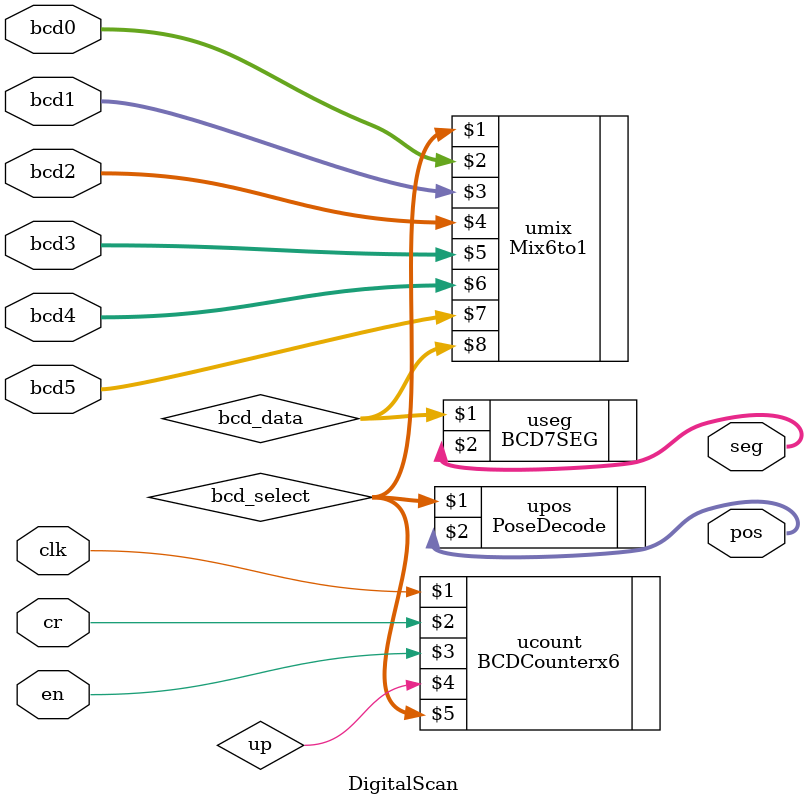
<source format=v>
`timescale 1ns / 1ps
module DigitalScan(
    input clk,
    input cr,
    input en,
    input [3:0] bcd0,
    input [3:0] bcd1,
    input [3:0] bcd2,
    input [3:0] bcd3,
    input [3:0] bcd4,
    input [3:0] bcd5,
    output [6:0] seg,
    output [7:0] pos
    );

    wire up;
    wire [3:0] bcd_select,bcd_data;

    BCDCounterx6 ucount(clk,cr,en,up,bcd_select);
    Mix6to1 umix(bcd_select,bcd0,bcd1,bcd2,bcd3,bcd4,bcd5,bcd_data);
    PoseDecode upos(bcd_select,pos);
    BCD7SEG useg(bcd_data,seg);

endmodule

</source>
